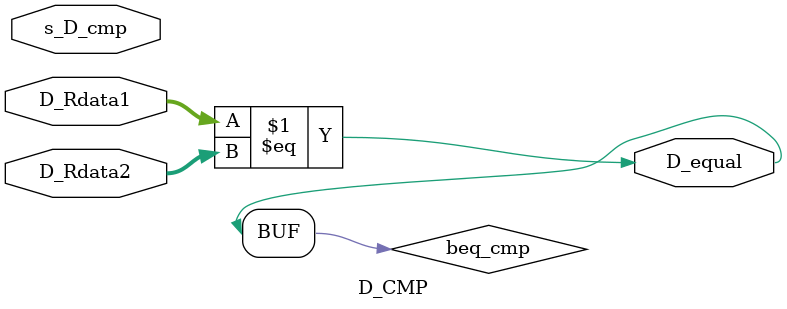
<source format=v>
`timescale 1ns / 1ps
`define BEQ_CMP 2'b00

module D_CMP(
    input [31:0] D_Rdata1,
    input [31:0] D_Rdata2,
	 input [1:0] s_D_cmp,
    output D_equal
    );
	 wire beq_cmp;
	 
	 assign beq_cmp=(D_Rdata1==D_Rdata2);

	assign D_equal=(s_D_cmp==`BEQ_CMP)?beq_cmp:
										
													beq_cmp;

endmodule

</source>
